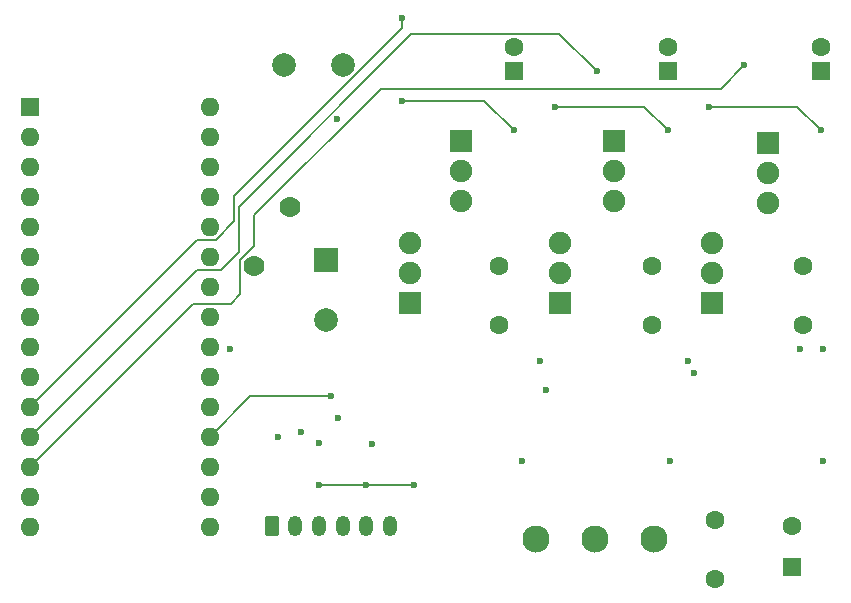
<source format=gbr>
%TF.GenerationSoftware,KiCad,Pcbnew,9.0.3*%
%TF.CreationDate,2025-07-09T17:54:38-05:00*%
%TF.ProjectId,focMotorController,666f634d-6f74-46f7-9243-6f6e74726f6c,rev?*%
%TF.SameCoordinates,Original*%
%TF.FileFunction,Copper,L4,Bot*%
%TF.FilePolarity,Positive*%
%FSLAX46Y46*%
G04 Gerber Fmt 4.6, Leading zero omitted, Abs format (unit mm)*
G04 Created by KiCad (PCBNEW 9.0.3) date 2025-07-09 17:54:38*
%MOMM*%
%LPD*%
G01*
G04 APERTURE LIST*
G04 Aperture macros list*
%AMRoundRect*
0 Rectangle with rounded corners*
0 $1 Rounding radius*
0 $2 $3 $4 $5 $6 $7 $8 $9 X,Y pos of 4 corners*
0 Add a 4 corners polygon primitive as box body*
4,1,4,$2,$3,$4,$5,$6,$7,$8,$9,$2,$3,0*
0 Add four circle primitives for the rounded corners*
1,1,$1+$1,$2,$3*
1,1,$1+$1,$4,$5*
1,1,$1+$1,$6,$7*
1,1,$1+$1,$8,$9*
0 Add four rect primitives between the rounded corners*
20,1,$1+$1,$2,$3,$4,$5,0*
20,1,$1+$1,$4,$5,$6,$7,0*
20,1,$1+$1,$6,$7,$8,$9,0*
20,1,$1+$1,$8,$9,$2,$3,0*%
G04 Aperture macros list end*
%TA.AperFunction,ComponentPad*%
%ADD10RoundRect,0.250000X0.550000X-0.550000X0.550000X0.550000X-0.550000X0.550000X-0.550000X-0.550000X0*%
%TD*%
%TA.AperFunction,ComponentPad*%
%ADD11C,1.600000*%
%TD*%
%TA.AperFunction,ComponentPad*%
%ADD12C,1.770000*%
%TD*%
%TA.AperFunction,ComponentPad*%
%ADD13R,1.910000X1.910000*%
%TD*%
%TA.AperFunction,ComponentPad*%
%ADD14C,1.910000*%
%TD*%
%TA.AperFunction,ComponentPad*%
%ADD15RoundRect,0.250000X-0.350000X-0.625000X0.350000X-0.625000X0.350000X0.625000X-0.350000X0.625000X0*%
%TD*%
%TA.AperFunction,ComponentPad*%
%ADD16O,1.200000X1.750000*%
%TD*%
%TA.AperFunction,ComponentPad*%
%ADD17C,2.300000*%
%TD*%
%TA.AperFunction,ComponentPad*%
%ADD18C,2.000000*%
%TD*%
%TA.AperFunction,ComponentPad*%
%ADD19R,2.000000X2.000000*%
%TD*%
%TA.AperFunction,ComponentPad*%
%ADD20R,1.600000X1.600000*%
%TD*%
%TA.AperFunction,ComponentPad*%
%ADD21O,1.600000X1.600000*%
%TD*%
%TA.AperFunction,ViaPad*%
%ADD22C,0.600000*%
%TD*%
%TA.AperFunction,Conductor*%
%ADD23C,0.200000*%
%TD*%
G04 APERTURE END LIST*
D10*
%TO.P,C7,1*%
%TO.N,PVIN*%
X142500000Y-43955113D03*
D11*
%TO.P,C7,2*%
%TO.N,GND*%
X142500000Y-41955113D03*
%TD*%
D10*
%TO.P,C1,1*%
%TO.N,Net-(C1-Pad1)*%
X140000000Y-86000000D03*
D11*
%TO.P,C1,2*%
%TO.N,PVIN*%
X140000000Y-82500000D03*
%TD*%
D12*
%TO.P,F1,1*%
%TO.N,+12V*%
X97500000Y-55500000D03*
%TO.P,F1,2*%
%TO.N,Net-(D2-A)*%
X94500000Y-60500000D03*
%TD*%
D10*
%TO.P,C6,1*%
%TO.N,PVIN*%
X129500000Y-43955113D03*
D11*
%TO.P,C6,2*%
%TO.N,GND*%
X129500000Y-41955113D03*
%TD*%
D10*
%TO.P,C8,1*%
%TO.N,PVIN*%
X116500000Y-43955113D03*
D11*
%TO.P,C8,2*%
%TO.N,GND*%
X116500000Y-41955113D03*
%TD*%
%TO.P,C2,1*%
%TO.N,GND*%
X133500000Y-82000000D03*
%TO.P,C2,2*%
%TO.N,Net-(C1-Pad1)*%
X133500000Y-87000000D03*
%TD*%
D13*
%TO.P,U5,1*%
%TO.N,CLowGate*%
X133262100Y-63587500D03*
D14*
%TO.P,U5,2*%
%TO.N,PhaseCSense*%
X133262100Y-61047500D03*
%TO.P,U5,3*%
%TO.N,GND*%
X133262100Y-58507500D03*
%TD*%
D13*
%TO.P,U7,1*%
%TO.N,BHighGate*%
X125000000Y-49920000D03*
D14*
%TO.P,U7,2*%
%TO.N,PVIN*%
X125000000Y-52460000D03*
%TO.P,U7,3*%
%TO.N,PhaseBSense*%
X125000000Y-55000000D03*
%TD*%
D13*
%TO.P,U4,1*%
%TO.N,BLowGate*%
X120430000Y-63587500D03*
D14*
%TO.P,U4,2*%
%TO.N,PhaseBSense*%
X120430000Y-61047500D03*
%TO.P,U4,3*%
%TO.N,GND*%
X120430000Y-58507500D03*
%TD*%
D11*
%TO.P,C4,1*%
%TO.N,Net-(D8-K)*%
X128204100Y-60500000D03*
%TO.P,C4,2*%
%TO.N,PhaseBSense*%
X128204100Y-65500000D03*
%TD*%
D15*
%TO.P,J2,1,Ground*%
%TO.N,GND*%
X96000000Y-82500000D03*
D16*
%TO.P,J2,2,Encoder_C_/_Index*%
%TO.N,EncoderC*%
X98000000Y-82500000D03*
%TO.P,J2,3,Encoder_B*%
%TO.N,EncoderB*%
X100000000Y-82500000D03*
%TO.P,J2,4,Encoder_A*%
%TO.N,EncoderA*%
X102000000Y-82500000D03*
%TO.P,J2,5,Motor_Temperature*%
%TO.N,Net-(J2-Motor_Temperature)*%
X104000000Y-82500000D03*
%TO.P,J2,6,+5V*%
%TO.N,5VDD*%
X106000000Y-82500000D03*
%TD*%
D17*
%TO.P,P1,1,1*%
%TO.N,PhaseAOut*%
X118372000Y-83635000D03*
%TO.P,P1,2,2*%
%TO.N,PhaseBOut*%
X123372000Y-83635000D03*
%TO.P,P1,3,3*%
%TO.N,PhaseCOut*%
X128372000Y-83635000D03*
%TD*%
D13*
%TO.P,U6,1*%
%TO.N,AHighGate*%
X112000000Y-49920000D03*
D14*
%TO.P,U6,2*%
%TO.N,PVIN*%
X112000000Y-52460000D03*
%TO.P,U6,3*%
%TO.N,PhaseASense*%
X112000000Y-55000000D03*
%TD*%
D18*
%TO.P,P2,1,1*%
%TO.N,+12V*%
X102000000Y-43500000D03*
%TO.P,P2,2,2*%
%TO.N,GND*%
X97000000Y-43500000D03*
%TD*%
D11*
%TO.P,C5,1*%
%TO.N,Net-(D9-K)*%
X141000000Y-60500000D03*
%TO.P,C5,2*%
%TO.N,PhaseCSense*%
X141000000Y-65500000D03*
%TD*%
D19*
%TO.P,D2,1,K*%
%TO.N,PVIN*%
X100550000Y-59960000D03*
D18*
%TO.P,D2,2,A*%
%TO.N,Net-(D2-A)*%
X100550000Y-65040000D03*
%TD*%
D13*
%TO.P,U8,1*%
%TO.N,CHighGate*%
X138000000Y-50047500D03*
D14*
%TO.P,U8,2*%
%TO.N,PVIN*%
X138000000Y-52587500D03*
%TO.P,U8,3*%
%TO.N,PhaseCSense*%
X138000000Y-55127500D03*
%TD*%
D20*
%TO.P,A1,1,D1/TX*%
%TO.N,unconnected-(A1-D1{slash}TX-Pad1)*%
X75500000Y-46980000D03*
D21*
%TO.P,A1,2,D0/RX*%
%TO.N,unconnected-(A1-D0{slash}RX-Pad2)*%
X75500000Y-49520000D03*
%TO.P,A1,3,~{RESET}*%
%TO.N,unconnected-(A1-~{RESET}-Pad3)*%
X75500000Y-52060000D03*
%TO.P,A1,4,GND*%
%TO.N,GND*%
X75500000Y-54600000D03*
%TO.P,A1,5,D2*%
%TO.N,EncLogicA*%
X75500000Y-57140000D03*
%TO.P,A1,6,D3*%
%TO.N,EncLogicB*%
X75500000Y-59680000D03*
%TO.P,A1,7,D4*%
%TO.N,EncLogicC*%
X75500000Y-62220000D03*
%TO.P,A1,8,D5*%
%TO.N,Status1*%
X75500000Y-64760000D03*
%TO.P,A1,9,D6*%
%TO.N,Status2*%
X75500000Y-67300000D03*
%TO.P,A1,10,D7*%
%TO.N,Status3*%
X75500000Y-69840000D03*
%TO.P,A1,11,D8*%
%TO.N,PhaseA*%
X75500000Y-72380000D03*
%TO.P,A1,12,D9*%
%TO.N,PhaseB*%
X75500000Y-74920000D03*
%TO.P,A1,13,D10/CS*%
%TO.N,PhaseC*%
X75500000Y-77460000D03*
%TO.P,A1,14,D11/COPI*%
%TO.N,Enable*%
X75500000Y-80000000D03*
%TO.P,A1,15,D12/CIPO*%
%TO.N,unconnected-(A1-D12{slash}CIPO-Pad15)*%
X75500000Y-82540000D03*
%TO.P,A1,16,D13/SCK*%
%TO.N,unconnected-(A1-D13{slash}SCK-Pad16)*%
X90740000Y-82540000D03*
%TO.P,A1,17,3V3*%
%TO.N,3.3VDD*%
X90740000Y-80000000D03*
%TO.P,A1,18,REF*%
%TO.N,unconnected-(A1-REF-Pad18)*%
X90740000Y-77460000D03*
%TO.P,A1,19,A0*%
%TO.N,Net-(A1-A0)*%
X90740000Y-74920000D03*
%TO.P,A1,20,A1*%
%TO.N,CurrentA*%
X90740000Y-72380000D03*
%TO.P,A1,21,A2*%
%TO.N,CurrentB*%
X90740000Y-69840000D03*
%TO.P,A1,22,A3*%
%TO.N,CurrentC*%
X90740000Y-67300000D03*
%TO.P,A1,23,SDA/A4*%
%TO.N,unconnected-(A1-SDA{slash}A4-Pad23)*%
X90740000Y-64760000D03*
%TO.P,A1,24,SCL/A5*%
%TO.N,unconnected-(A1-SCL{slash}A5-Pad24)*%
X90740000Y-62220000D03*
%TO.P,A1,25,A6*%
%TO.N,unconnected-(A1-A6-Pad25)*%
X90740000Y-59680000D03*
%TO.P,A1,26,A7*%
%TO.N,unconnected-(A1-A7-Pad26)*%
X90740000Y-57140000D03*
%TO.P,A1,27,VUSB/5V*%
%TO.N,5VDD*%
X90740000Y-54600000D03*
%TO.P,A1,28,REC*%
%TO.N,unconnected-(A1-REC-Pad28)*%
X90740000Y-52060000D03*
%TO.P,A1,29,GND*%
%TO.N,GND*%
X90740000Y-49520000D03*
%TO.P,A1,30,VIN*%
%TO.N,PVIN*%
X90740000Y-46980000D03*
%TD*%
D11*
%TO.P,C3,1*%
%TO.N,Net-(D7-K)*%
X115204100Y-60500000D03*
%TO.P,C3,2*%
%TO.N,PhaseASense*%
X115204100Y-65500000D03*
%TD*%
D13*
%TO.P,U3,1*%
%TO.N,ALowGate*%
X107704100Y-63587500D03*
D14*
%TO.P,U3,2*%
%TO.N,PhaseASense*%
X107704100Y-61047500D03*
%TO.P,U3,3*%
%TO.N,GND*%
X107704100Y-58507500D03*
%TD*%
D22*
%TO.N,GND*%
X140704100Y-67500000D03*
X101500000Y-48000000D03*
X92500000Y-67500000D03*
X118704100Y-68500000D03*
X131204100Y-68500000D03*
%TO.N,EncLogicC*%
X96500000Y-75000000D03*
%TO.N,3.3VDD*%
X142704100Y-77000000D03*
X129704100Y-77000000D03*
X100000000Y-75500000D03*
X104466450Y-75533550D03*
X117204100Y-77000000D03*
%TO.N,Net-(A1-A0)*%
X101000000Y-71500000D03*
%TO.N,PhaseA*%
X107000000Y-39500000D03*
%TO.N,EncLogicA*%
X101625000Y-73375000D03*
%TO.N,CurrentA*%
X119204100Y-71000000D03*
%TO.N,PhaseC*%
X136000000Y-43500000D03*
%TO.N,CurrentC*%
X142704100Y-67500000D03*
%TO.N,CurrentB*%
X131704100Y-69500000D03*
%TO.N,PhaseB*%
X123500000Y-44000000D03*
%TO.N,5VDD*%
X104000000Y-79000000D03*
X108000000Y-79000000D03*
X100000000Y-79000000D03*
%TO.N,EncLogicB*%
X98500000Y-74500000D03*
%TO.N,Net-(D7-K)*%
X107000000Y-46500000D03*
X116500000Y-49000000D03*
%TO.N,Net-(D8-K)*%
X129500000Y-49000000D03*
X120000000Y-47000000D03*
%TO.N,Net-(D9-K)*%
X142500000Y-49000000D03*
X133000000Y-47000000D03*
%TD*%
D23*
%TO.N,Net-(A1-A0)*%
X94160000Y-71500000D02*
X90740000Y-74920000D01*
X101000000Y-71500000D02*
X94160000Y-71500000D01*
%TO.N,PhaseA*%
X107000000Y-40339892D02*
X107000000Y-39500000D01*
X91259000Y-58241000D02*
X92785000Y-56715000D01*
X75500000Y-72380000D02*
X89639000Y-58241000D01*
X92785000Y-54554892D02*
X107000000Y-40339892D01*
X92785000Y-56715000D02*
X92785000Y-54554892D01*
X89639000Y-58241000D02*
X91259000Y-58241000D01*
%TO.N,PhaseC*%
X105204100Y-45500000D02*
X134000000Y-45500000D01*
X94500000Y-58822742D02*
X94500000Y-56204100D01*
X89301000Y-63659000D02*
X92545000Y-63659000D01*
X93314000Y-62890000D02*
X93314000Y-60008742D01*
X92545000Y-63659000D02*
X93314000Y-62890000D01*
X134000000Y-45500000D02*
X136000000Y-43500000D01*
X93314000Y-60008742D02*
X94500000Y-58822742D01*
X75500000Y-77460000D02*
X89301000Y-63659000D01*
X94500000Y-56204100D02*
X105204100Y-45500000D01*
%TO.N,PhaseB*%
X91719000Y-60781000D02*
X93186000Y-59314000D01*
X89639000Y-60781000D02*
X91719000Y-60781000D01*
X120354113Y-40854113D02*
X123500000Y-44000000D01*
X93186000Y-55464057D02*
X107795944Y-40854113D01*
X75500000Y-74920000D02*
X89639000Y-60781000D01*
X93186000Y-59314000D02*
X93186000Y-56881100D01*
X107795944Y-40854113D02*
X120354113Y-40854113D01*
X93186000Y-56881100D02*
X93186000Y-55464057D01*
%TO.N,5VDD*%
X100000000Y-79000000D02*
X104000000Y-79000000D01*
X108000000Y-79000000D02*
X104000000Y-79000000D01*
%TO.N,Net-(D7-K)*%
X107000000Y-46500000D02*
X114000000Y-46500000D01*
X114000000Y-46500000D02*
X116500000Y-49000000D01*
%TO.N,Net-(D8-K)*%
X120000000Y-47000000D02*
X127500000Y-47000000D01*
X127500000Y-47000000D02*
X129500000Y-49000000D01*
%TO.N,Net-(D9-K)*%
X140500000Y-47000000D02*
X142500000Y-49000000D01*
X133000000Y-47000000D02*
X140500000Y-47000000D01*
%TD*%
M02*

</source>
